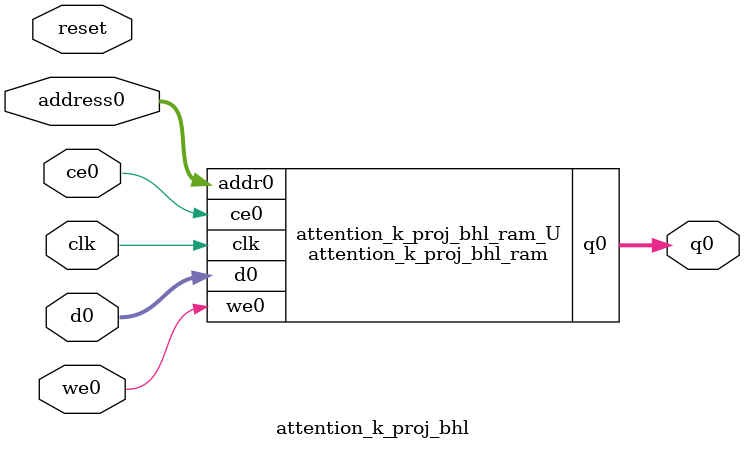
<source format=v>
`timescale 1 ns / 1 ps
module attention_k_proj_bhl_ram (addr0, ce0, d0, we0, q0,  clk);

parameter DWIDTH = 38;
parameter AWIDTH = 8;
parameter MEM_SIZE = 144;

input[AWIDTH-1:0] addr0;
input ce0;
input[DWIDTH-1:0] d0;
input we0;
output reg[DWIDTH-1:0] q0;
input clk;

(* ram_style = "block" *)reg [DWIDTH-1:0] ram[0:MEM_SIZE-1];




always @(posedge clk)  
begin 
    if (ce0) begin
        if (we0) 
            ram[addr0] <= d0; 
        q0 <= ram[addr0];
    end
end


endmodule

`timescale 1 ns / 1 ps
module attention_k_proj_bhl(
    reset,
    clk,
    address0,
    ce0,
    we0,
    d0,
    q0);

parameter DataWidth = 32'd38;
parameter AddressRange = 32'd144;
parameter AddressWidth = 32'd8;
input reset;
input clk;
input[AddressWidth - 1:0] address0;
input ce0;
input we0;
input[DataWidth - 1:0] d0;
output[DataWidth - 1:0] q0;



attention_k_proj_bhl_ram attention_k_proj_bhl_ram_U(
    .clk( clk ),
    .addr0( address0 ),
    .ce0( ce0 ),
    .we0( we0 ),
    .d0( d0 ),
    .q0( q0 ));

endmodule


</source>
